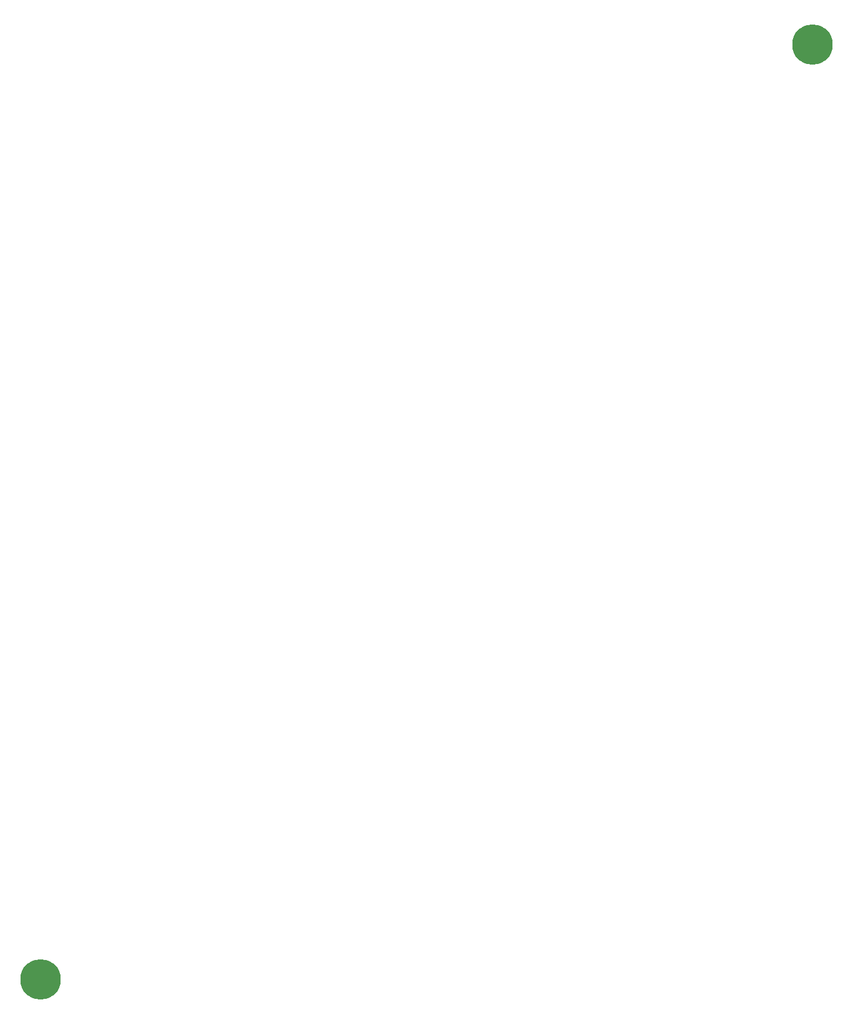
<source format=gtl>
G04 Layer_Physical_Order=1*
G04 Layer_Color=255*
%FSLAX25Y25*%
%MOIN*%
G70*
G01*
G75*
%ADD10C,0.23622*%
D10*
X429331Y476575D02*
D03*
X-21457Y-68701D02*
D03*
M02*

</source>
